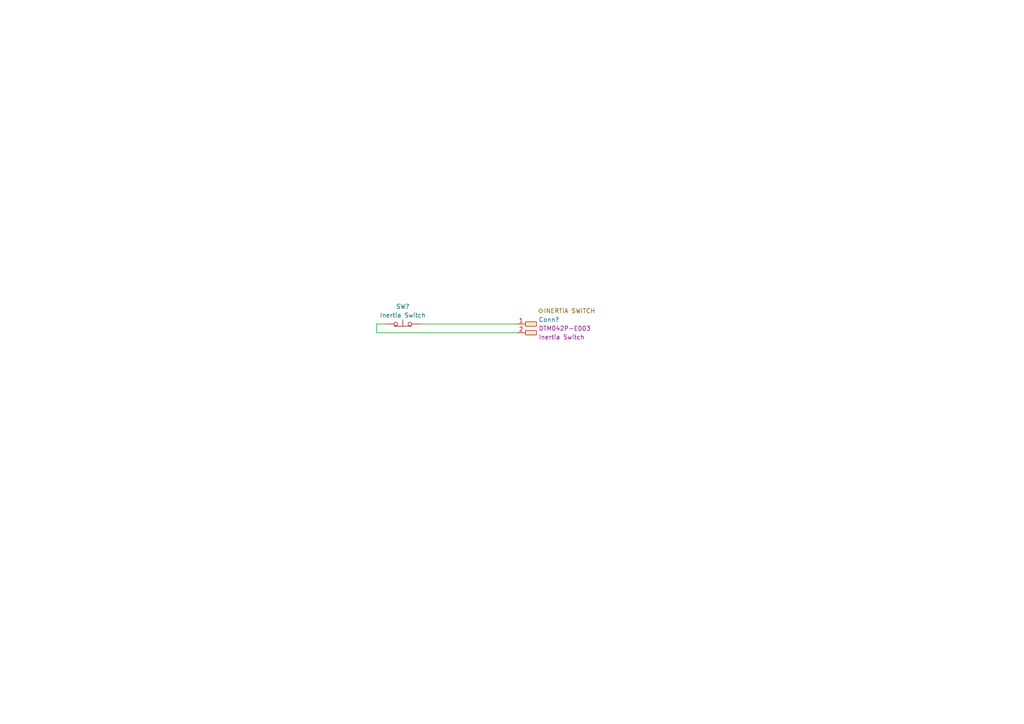
<source format=kicad_sch>
(kicad_sch (version 20231120) (generator "eeschema") (generator_version "8.0")
  (paper "A4")
  (title_block (title "DEVICE - INERTIA SWITCH"))
  (lib_symbols
    (symbol "Connectors_SUFST:Deutsch_DTM_2P_Pin"
      (property "Reference" "Conn" (at 0 -1.905 0))
      (property "P/N" "DTM042P-E003" (at 0 0 0))
      (symbol "Deutsch_DTM_2P_Pin_0_1"
        (polyline (pts (xy -0.635 -4.445) (xy 1.905 -4.445)))
      )
      (symbol "Deutsch_DTM_2P_Pin_1_1"
        (rectangle (start -3.81 -6.35) (end -0.635 -7.62) (fill (type color) (color 255 229 191 1)))
        (rectangle (start -3.81 -3.81) (end -0.635 -5.08) (fill (type color) (color 255 229 191 1)))
        (pin input line (at 1.905 -6.985 180) (length 2.54) (name "") (number "1"))
        (pin input line (at 1.905 -4.445 180) (length 2.54) (name "") (number "2"))
      )
    )
    (symbol "Switch:SW_Push_Open" (pin_numbers hide) (pin_names (offset 1.016) hide)
      (property "Reference" "SW" (at 0 2.54 0))
      (property "Value" "SW_Push_Open" (at 0 -1.905 0))
      (symbol "SW_Push_Open_0_1"
        (circle (center -2.032 0) (radius 0.508))
        (polyline (pts (xy -2.54 -0.635) (xy 2.54 -0.635)))
        (polyline (pts (xy 0 -0.635) (xy 0 1.27)))
        (circle (center 2.032 0) (radius 0.508))
        (pin passive line (at -5.08 0 0) (length 2.54) (name "A") (number "1"))
      )
      (symbol "SW_Push_Open_1_1"
        (pin passive line (at 5.08 0 180) (length 2.54) (name "B") (number "2"))
      )
    )
  )
  (wire (pts (xy 109.22 96.52) (xy 149.86 96.52)))
  (wire (pts (xy 121.92 93.98) (xy 149.86 93.98)))
  (wire (pts (xy 109.22 93.98) (xy 109.22 96.52)))
  (wire (pts (xy 111.76 93.98) (xy 109.22 93.98)))
  (hierarchical_label "INERTIA SWITCH" (shape bidirectional) (at 156.21 90.17 0))
  (symbol (lib_id "Switch:SW_Push_Open") (at 116.84 93.98 0) (unit 1)
    (property "Reference" "SW?" (at 116.84 88.9 0))
    (property "Value" "Inertia Switch" (at 116.84 91.44 0))
  )
  (symbol (lib_id "Connectors_SUFST:Deutsch_DTM_2P_Pin") (at 151.765 100.965 180) (unit 1)
    (property "Reference" "Conn?" (at 156.21 92.71 0) (effects (justify right)))
    (property "Value" "Deutsch_DTM_2P_Pin" (effects (hide yes)))
    (property "P/N" "DTM042P-E003" (at 156.21 95.25 0) (effects (justify right)))
    (property "Conn Name" "Inertia Switch" (at 156.21 97.79 0) (effects (justify right)))
  )
)
</source>
